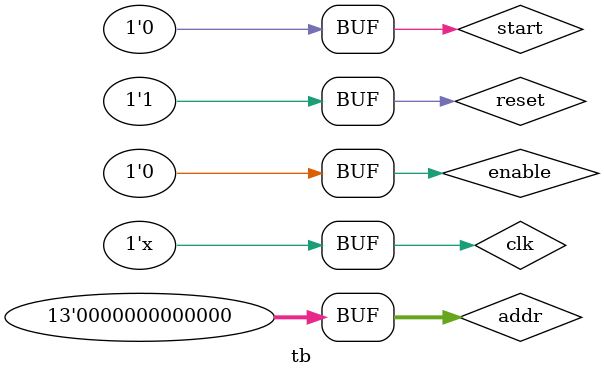
<source format=v>
`timescale 1ns / 1ps


module tb;

	// Inputs
	reg clk;
	reg reset;
	reg enable;
	reg start;
	reg [12:0] addr;

	// Outputs
	wire [20:0] out;
	wire [20:0] maxpool;
	wire done;

	// Instantiate the Unit Under Test (UUT)
	Top uut (
		.clk(clk), 
		.reset(reset), 
		.enable(enable), 
		.start(start), 
		.addr(addr), 
		.out(out), 
		.maxpool(maxpool), 
		.done(done)
	);

	initial begin
		// Initialize Inputs
		clk = 0;
		reset = 1;
		enable = 0;
		start = 0;
		addr = 0;
		
		

		// Wait 100 ns for global reset to finish
		#100;
 
 

		// Add stimulus here
end
always #5 clk = ~clk;
	
      
endmodule


</source>
